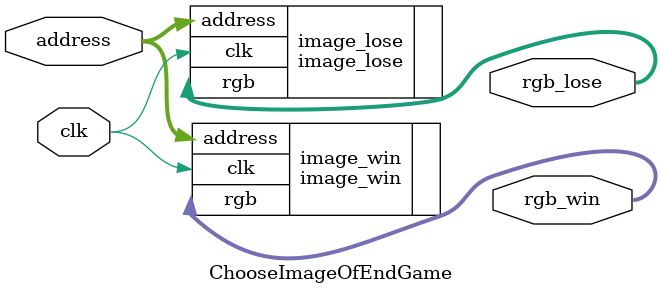
<source format=v>
`timescale 1ns / 1ps

module ChooseImageOfEndGame(
    input wire clk,
    input wire [13:0] address,
    
    output wire [11:0] rgb_win,
    output wire [11:0] rgb_lose
);

image_win image_win     (.clk(clk), .address(address), .rgb(rgb_win));
image_lose image_lose   (.clk(clk), .address(address), .rgb(rgb_lose));
endmodule

</source>
